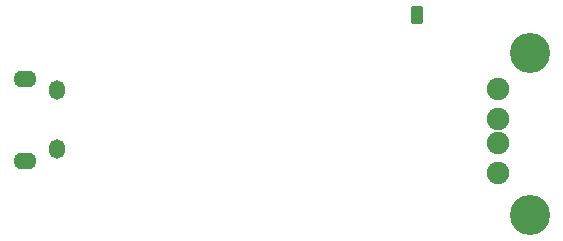
<source format=gbs>
G04 #@! TF.FileFunction,Soldermask,Bot*
%FSLAX46Y46*%
G04 Gerber Fmt 4.6, Leading zero omitted, Abs format (unit mm)*
G04 Created by KiCad (PCBNEW (after 2015-mar-04 BZR unknown)-product) date 15.06.2015 13:23:24*
%MOMM*%
G01*
G04 APERTURE LIST*
%ADD10C,0.100000*%
%ADD11C,1.901140*%
%ADD12C,3.399740*%
%ADD13O,1.350000X1.650000*%
%ADD14O,1.950000X1.400000*%
%ADD15C,0.254000*%
G04 APERTURE END LIST*
D10*
D11*
X126810000Y-114808000D03*
X126810000Y-117348000D03*
X126810000Y-119380000D03*
X126810000Y-121920000D03*
D12*
X129477000Y-111760000D03*
X129477000Y-125476000D03*
D13*
X89446540Y-114910600D03*
X89446540Y-119910600D03*
D14*
X86746540Y-113910600D03*
X86746540Y-120910600D03*
D15*
G36*
X120269000Y-109093000D02*
X119507000Y-109093000D01*
X119507000Y-107823000D01*
X120269000Y-107823000D01*
X120269000Y-109093000D01*
X120269000Y-109093000D01*
G37*
X120269000Y-109093000D02*
X119507000Y-109093000D01*
X119507000Y-107823000D01*
X120269000Y-107823000D01*
X120269000Y-109093000D01*
M02*

</source>
